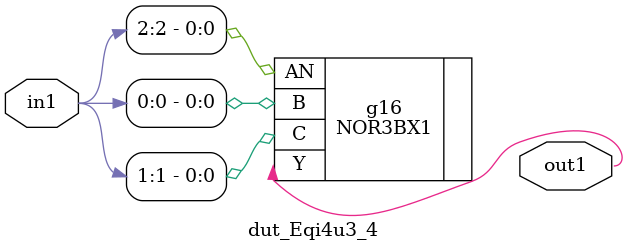
<source format=v>
`timescale 1ps / 1ps


module dut_Eqi4u3_4(in1, out1);
  input [2:0] in1;
  output out1;
  wire [2:0] in1;
  wire out1;
  NOR3BX1 g16(.AN (in1[2]), .B (in1[0]), .C (in1[1]), .Y (out1));
endmodule



</source>
